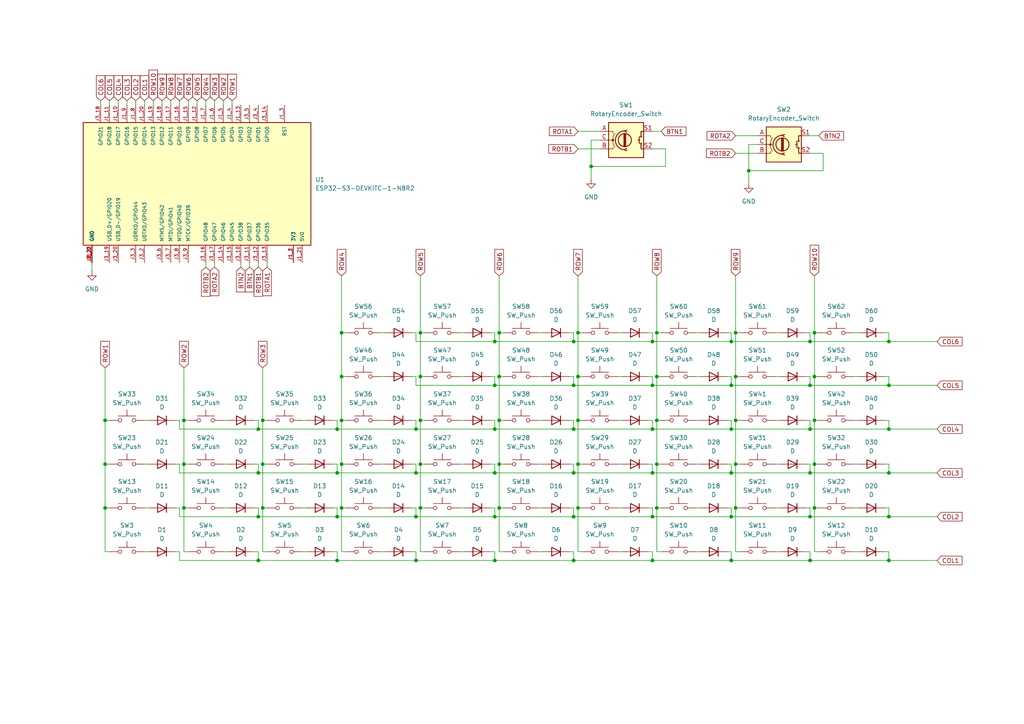
<source format=kicad_sch>
(kicad_sch (version 20250114) (generator "eeschema") (generator_version "9.0")
  (paper "A4")
  (title_block (title "THE_MULTIBOARD_LEFT") (date "2025-07-29") (rev "1.0") (comment 1 "Author: Felix Wittwer"))
  (junction (at 121.92 109.22))
  (junction (at 190.5 121.92))
  (junction (at 74.93 149.86))
  (junction (at 212.09 111.76))
  (junction (at 76.2 147.32))
  (junction (at 74.93 124.46))
  (junction (at 257.81 99.06))
  (junction (at 167.64 121.92))
  (junction (at 166.37 162.56))
  (junction (at 236.22 109.22))
  (junction (at 190.5 109.22))
  (junction (at 234.95 111.76))
  (junction (at 213.36 134.62))
  (junction (at 53.34 134.62))
  (junction (at 234.95 162.56))
  (junction (at 120.65 137.16))
  (junction (at 234.95 124.46))
  (junction (at 212.09 162.56))
  (junction (at 212.09 99.06))
  (junction (at 166.37 111.76))
  (junction (at 167.64 147.32))
  (junction (at 144.78 109.22))
  (junction (at 97.79 124.46))
  (junction (at 213.36 147.32))
  (junction (at 189.23 149.86))
  (junction (at 99.06 134.62))
  (junction (at 76.2 134.62))
  (junction (at 212.09 124.46))
  (junction (at 30.48 121.92))
  (junction (at 234.95 137.16))
  (junction (at 120.65 149.86))
  (junction (at 166.37 149.86))
  (junction (at 190.5 147.32))
  (junction (at 143.51 99.06))
  (junction (at 189.23 124.46))
  (junction (at 143.51 111.76))
  (junction (at 213.36 96.52))
  (junction (at 30.48 147.32))
  (junction (at 166.37 124.46))
  (junction (at 120.65 124.46))
  (junction (at 144.78 134.62))
  (junction (at 144.78 96.52))
  (junction (at 97.79 149.86))
  (junction (at 217.17 49.53))
  (junction (at 236.22 134.62))
  (junction (at 213.36 121.92))
  (junction (at 121.92 121.92))
  (junction (at 212.09 149.86))
  (junction (at 236.22 96.52))
  (junction (at 99.06 147.32))
  (junction (at 167.64 134.62))
  (junction (at 144.78 121.92))
  (junction (at 143.51 124.46))
  (junction (at 189.23 137.16))
  (junction (at 257.81 137.16))
  (junction (at 121.92 134.62))
  (junction (at 257.81 162.56))
  (junction (at 143.51 162.56))
  (junction (at 190.5 96.52))
  (junction (at 257.81 124.46))
  (junction (at 234.95 99.06))
  (junction (at 144.78 147.32))
  (junction (at 30.48 134.62))
  (junction (at 74.93 137.16))
  (junction (at 166.37 99.06))
  (junction (at 143.51 137.16))
  (junction (at 236.22 147.32))
  (junction (at 99.06 121.92))
  (junction (at 167.64 96.52))
  (junction (at 74.93 162.56))
  (junction (at 121.92 147.32))
  (junction (at 99.06 96.52))
  (junction (at 121.92 96.52))
  (junction (at 167.64 109.22))
  (junction (at 143.51 149.86))
  (junction (at 190.5 134.62))
  (junction (at 166.37 137.16))
  (junction (at 97.79 137.16))
  (junction (at 189.23 111.76))
  (junction (at 97.79 162.56))
  (junction (at 257.81 111.76))
  (junction (at 53.34 121.92))
  (junction (at 189.23 162.56))
  (junction (at 234.95 149.86))
  (junction (at 212.09 137.16))
  (junction (at 189.23 99.06))
  (junction (at 171.45 48.26))
  (junction (at 120.65 162.56))
  (junction (at 213.36 109.22))
  (junction (at 53.34 147.32))
  (junction (at 236.22 121.92))
  (junction (at 257.81 149.86))
  (junction (at 76.2 121.92))
  (junction (at 99.06 109.22))
  (wire (pts (xy 97.79 160.02) (xy 97.79 162.56)))
  (wire (pts (xy 233.68 147.32) (xy 234.95 147.32)))
  (wire (pts (xy 97.79 121.92) (xy 97.79 124.46)))
  (wire (pts (xy 121.92 109.22) (xy 121.92 121.92)))
  (wire (pts (xy 189.23 96.52) (xy 189.23 99.06)))
  (wire (pts (xy 167.64 80.01) (xy 167.64 96.52)))
  (wire (pts (xy 121.92 134.62) (xy 121.92 147.32)))
  (wire (pts (xy 52.07 160.02) (xy 52.07 162.56)))
  (wire (pts (xy 142.24 96.52) (xy 143.51 96.52)))
  (wire (pts (xy 73.66 160.02) (xy 74.93 160.02)))
  (wire (pts (xy 120.65 147.32) (xy 120.65 149.86)))
  (wire (pts (xy 234.95 109.22) (xy 234.95 111.76)))
  (wire (pts (xy 52.07 160.02) (xy 50.8 160.02)))
  (wire (pts (xy 173.99 40.64) (xy 171.45 40.64)))
  (wire (pts (xy 234.95 134.62) (xy 234.95 137.16)))
  (wire (pts (xy 121.92 134.62) (xy 123.19 134.62)))
  (wire (pts (xy 257.81 147.32) (xy 257.81 149.86)))
  (wire (pts (xy 189.23 160.02) (xy 189.23 162.56)))
  (wire (pts (xy 166.37 109.22) (xy 166.37 111.76)))
  (wire (pts (xy 189.23 111.76) (xy 212.09 111.76)))
  (wire (pts (xy 87.63 121.92) (xy 88.9 121.92)))
  (wire (pts (xy 142.24 121.92) (xy 143.51 121.92)))
  (wire (pts (xy 256.54 147.32) (xy 257.81 147.32)))
  (wire (pts (xy 201.93 96.52) (xy 203.2 96.52)))
  (wire (pts (xy 189.23 137.16) (xy 212.09 137.16)))
  (wire (pts (xy 256.54 160.02) (xy 257.81 160.02)))
  (wire (pts (xy 144.78 121.92) (xy 144.78 134.62)))
  (wire (pts (xy 166.37 147.32) (xy 166.37 149.86)))
  (wire (pts (xy 49.53 29.21) (xy 49.53 30.48)))
  (wire (pts (xy 256.54 121.92) (xy 257.81 121.92)))
  (wire (pts (xy 30.48 147.32) (xy 30.48 160.02)))
  (wire (pts (xy 110.49 109.22) (xy 111.76 109.22)))
  (wire (pts (xy 201.93 160.02) (xy 203.2 160.02)))
  (wire (pts (xy 236.22 134.62) (xy 237.49 134.62)))
  (wire (pts (xy 224.79 160.02) (xy 226.06 160.02)))
  (wire (pts (xy 257.81 109.22) (xy 257.81 111.76)))
  (wire (pts (xy 74.93 162.56) (xy 97.79 162.56)))
  (wire (pts (xy 257.81 124.46) (xy 271.78 124.46)))
  (wire (pts (xy 213.36 147.32) (xy 214.63 147.32)))
  (wire (pts (xy 74.93 134.62) (xy 74.93 137.16)))
  (wire (pts (xy 234.95 149.86) (xy 257.81 149.86)))
  (wire (pts (xy 212.09 160.02) (xy 212.09 162.56)))
  (wire (pts (xy 167.64 134.62) (xy 168.91 134.62)))
  (wire (pts (xy 110.49 147.32) (xy 111.76 147.32)))
  (wire (pts (xy 97.79 162.56) (xy 120.65 162.56)))
  (wire (pts (xy 234.95 111.76) (xy 257.81 111.76)))
  (wire (pts (xy 52.07 162.56) (xy 74.93 162.56)))
  (wire (pts (xy 143.51 137.16) (xy 166.37 137.16)))
  (wire (pts (xy 76.2 121.92) (xy 76.2 134.62)))
  (wire (pts (xy 212.09 149.86) (xy 234.95 149.86)))
  (wire (pts (xy 53.34 121.92) (xy 53.34 134.62)))
  (wire (pts (xy 236.22 109.22) (xy 236.22 121.92)))
  (wire (pts (xy 119.38 109.22) (xy 120.65 109.22)))
  (wire (pts (xy 133.35 147.32) (xy 134.62 147.32)))
  (wire (pts (xy 62.23 76.2) (xy 62.23 77.47)))
  (wire (pts (xy 167.64 109.22) (xy 167.64 121.92)))
  (wire (pts (xy 120.65 96.52) (xy 120.65 99.06)))
  (wire (pts (xy 110.49 96.52) (xy 111.76 96.52)))
  (wire (pts (xy 189.23 38.1) (xy 191.77 38.1)))
  (wire (pts (xy 144.78 96.52) (xy 144.78 109.22)))
  (wire (pts (xy 30.48 160.02) (xy 31.75 160.02)))
  (wire (pts (xy 189.23 99.06) (xy 212.09 99.06)))
  (wire (pts (xy 96.52 147.32) (xy 97.79 147.32)))
  (wire (pts (xy 121.92 160.02) (xy 123.19 160.02)))
  (wire (pts (xy 76.2 160.02) (xy 77.47 160.02)))
  (wire (pts (xy 189.23 147.32) (xy 189.23 149.86)))
  (wire (pts (xy 143.51 109.22) (xy 143.51 111.76)))
  (wire (pts (xy 156.21 134.62) (xy 157.48 134.62)))
  (wire (pts (xy 64.77 121.92) (xy 66.04 121.92)))
  (wire (pts (xy 97.79 149.86) (xy 120.65 149.86)))
  (wire (pts (xy 119.38 121.92) (xy 120.65 121.92)))
  (wire (pts (xy 97.79 137.16) (xy 120.65 137.16)))
  (wire (pts (xy 212.09 162.56) (xy 234.95 162.56)))
  (wire (pts (xy 143.51 160.02) (xy 143.51 162.56)))
  (wire (pts (xy 41.91 134.62) (xy 43.18 134.62)))
  (wire (pts (xy 144.78 134.62) (xy 146.05 134.62)))
  (wire (pts (xy 210.82 96.52) (xy 212.09 96.52)))
  (wire (pts (xy 234.95 44.45) (xy 238.76 44.45)))
  (wire (pts (xy 52.07 147.32) (xy 52.07 149.86)))
  (wire (pts (xy 166.37 96.52) (xy 166.37 99.06)))
  (wire (pts (xy 167.64 109.22) (xy 168.91 109.22)))
  (wire (pts (xy 133.35 109.22) (xy 134.62 109.22)))
  (wire (pts (xy 99.06 134.62) (xy 100.33 134.62)))
  (wire (pts (xy 233.68 160.02) (xy 234.95 160.02)))
  (wire (pts (xy 143.51 134.62) (xy 143.51 137.16)))
  (wire (pts (xy 247.65 134.62) (xy 248.92 134.62)))
  (wire (pts (xy 166.37 162.56) (xy 189.23 162.56)))
  (wire (pts (xy 256.54 96.52) (xy 257.81 96.52)))
  (wire (pts (xy 236.22 80.01) (xy 236.22 96.52)))
  (wire (pts (xy 52.07 121.92) (xy 50.8 121.92)))
  (wire (pts (xy 256.54 109.22) (xy 257.81 109.22)))
  (wire (pts (xy 121.92 121.92) (xy 123.19 121.92)))
  (wire (pts (xy 236.22 147.32) (xy 237.49 147.32)))
  (wire (pts (xy 59.69 76.2) (xy 59.69 77.47)))
  (wire (pts (xy 52.07 137.16) (xy 74.93 137.16)))
  (wire (pts (xy 171.45 48.26) (xy 171.45 52.07)))
  (wire (pts (xy 156.21 121.92) (xy 157.48 121.92)))
  (wire (pts (xy 121.92 147.32) (xy 123.19 147.32)))
  (wire (pts (xy 167.64 96.52) (xy 167.64 109.22)))
  (wire (pts (xy 167.64 147.32) (xy 168.91 147.32)))
  (wire (pts (xy 120.65 162.56) (xy 143.51 162.56)))
  (wire (pts (xy 213.36 147.32) (xy 213.36 160.02)))
  (wire (pts (xy 99.06 109.22) (xy 100.33 109.22)))
  (wire (pts (xy 213.36 109.22) (xy 214.63 109.22)))
  (wire (pts (xy 236.22 121.92) (xy 237.49 121.92)))
  (wire (pts (xy 257.81 160.02) (xy 257.81 162.56)))
  (wire (pts (xy 52.07 149.86) (xy 74.93 149.86)))
  (wire (pts (xy 99.06 147.32) (xy 100.33 147.32)))
  (wire (pts (xy 212.09 96.52) (xy 212.09 99.06)))
  (wire (pts (xy 143.51 96.52) (xy 143.51 99.06)))
  (wire (pts (xy 74.93 160.02) (xy 74.93 162.56)))
  (wire (pts (xy 167.64 121.92) (xy 167.64 134.62)))
  (wire (pts (xy 190.5 96.52) (xy 191.77 96.52)))
  (wire (pts (xy 167.64 147.32) (xy 167.64 160.02)))
  (wire (pts (xy 120.65 111.76) (xy 143.51 111.76)))
  (wire (pts (xy 247.65 147.32) (xy 248.92 147.32)))
  (wire (pts (xy 166.37 149.86) (xy 189.23 149.86)))
  (wire (pts (xy 87.63 147.32) (xy 88.9 147.32)))
  (wire (pts (xy 73.66 121.92) (xy 74.93 121.92)))
  (wire (pts (xy 233.68 96.52) (xy 234.95 96.52)))
  (wire (pts (xy 247.65 121.92) (xy 248.92 121.92)))
  (wire (pts (xy 190.5 160.02) (xy 191.77 160.02)))
  (wire (pts (xy 96.52 160.02) (xy 97.79 160.02)))
  (wire (pts (xy 193.04 43.18) (xy 193.04 48.26)))
  (wire (pts (xy 77.47 76.2) (xy 77.47 77.47)))
  (wire (pts (xy 166.37 99.06) (xy 189.23 99.06)))
  (wire (pts (xy 62.23 29.21) (xy 62.23 30.48)))
  (wire (pts (xy 238.76 49.53) (xy 217.17 49.53)))
  (wire (pts (xy 234.95 39.37) (xy 237.49 39.37)))
  (wire (pts (xy 142.24 109.22) (xy 143.51 109.22)))
  (wire (pts (xy 257.81 134.62) (xy 257.81 137.16)))
  (wire (pts (xy 120.65 149.86) (xy 143.51 149.86)))
  (wire (pts (xy 187.96 96.52) (xy 189.23 96.52)))
  (wire (pts (xy 213.36 44.45) (xy 219.71 44.45)))
  (wire (pts (xy 120.65 124.46) (xy 143.51 124.46)))
  (wire (pts (xy 53.34 106.68) (xy 53.34 121.92)))
  (wire (pts (xy 234.95 137.16) (xy 257.81 137.16)))
  (wire (pts (xy 74.93 121.92) (xy 74.93 124.46)))
  (wire (pts (xy 34.29 29.21) (xy 34.29 30.48)))
  (wire (pts (xy 74.93 124.46) (xy 97.79 124.46)))
  (wire (pts (xy 30.48 121.92) (xy 30.48 134.62)))
  (wire (pts (xy 189.23 134.62) (xy 189.23 137.16)))
  (wire (pts (xy 201.93 109.22) (xy 203.2 109.22)))
  (wire (pts (xy 224.79 109.22) (xy 226.06 109.22)))
  (wire (pts (xy 76.2 134.62) (xy 76.2 147.32)))
  (wire (pts (xy 167.64 96.52) (xy 168.91 96.52)))
  (wire (pts (xy 257.81 121.92) (xy 257.81 124.46)))
  (wire (pts (xy 224.79 134.62) (xy 226.06 134.62)))
  (wire (pts (xy 234.95 96.52) (xy 234.95 99.06)))
  (wire (pts (xy 76.2 147.32) (xy 77.47 147.32)))
  (wire (pts (xy 210.82 160.02) (xy 212.09 160.02)))
  (wire (pts (xy 120.65 121.92) (xy 120.65 124.46)))
  (wire (pts (xy 143.51 121.92) (xy 143.51 124.46)))
  (wire (pts (xy 142.24 160.02) (xy 143.51 160.02)))
  (wire (pts (xy 99.06 147.32) (xy 99.06 160.02)))
  (wire (pts (xy 210.82 134.62) (xy 212.09 134.62)))
  (wire (pts (xy 144.78 160.02) (xy 146.05 160.02)))
  (wire (pts (xy 190.5 134.62) (xy 190.5 147.32)))
  (wire (pts (xy 257.81 162.56) (xy 271.78 162.56)))
  (wire (pts (xy 64.77 29.21) (xy 64.77 30.48)))
  (wire (pts (xy 52.07 29.21) (xy 52.07 30.48)))
  (wire (pts (xy 212.09 124.46) (xy 234.95 124.46)))
  (wire (pts (xy 167.64 43.18) (xy 173.99 43.18)))
  (wire (pts (xy 189.23 109.22) (xy 189.23 111.76)))
  (wire (pts (xy 53.34 147.32) (xy 54.61 147.32)))
  (wire (pts (xy 44.45 29.21) (xy 44.45 30.48)))
  (wire (pts (xy 165.1 134.62) (xy 166.37 134.62)))
  (wire (pts (xy 233.68 109.22) (xy 234.95 109.22)))
  (wire (pts (xy 143.51 99.06) (xy 166.37 99.06)))
  (wire (pts (xy 201.93 121.92) (xy 203.2 121.92)))
  (wire (pts (xy 30.48 147.32) (xy 31.75 147.32)))
  (wire (pts (xy 166.37 134.62) (xy 166.37 137.16)))
  (wire (pts (xy 87.63 134.62) (xy 88.9 134.62)))
  (wire (pts (xy 212.09 111.76) (xy 234.95 111.76)))
  (wire (pts (xy 233.68 121.92) (xy 234.95 121.92)))
  (wire (pts (xy 256.54 134.62) (xy 257.81 134.62)))
  (wire (pts (xy 213.36 134.62) (xy 214.63 134.62)))
  (wire (pts (xy 99.06 80.01) (xy 99.06 96.52)))
  (wire (pts (xy 189.23 149.86) (xy 212.09 149.86)))
  (wire (pts (xy 110.49 134.62) (xy 111.76 134.62)))
  (wire (pts (xy 212.09 109.22) (xy 212.09 111.76)))
  (wire (pts (xy 121.92 147.32) (xy 121.92 160.02)))
  (wire (pts (xy 234.95 147.32) (xy 234.95 149.86)))
  (wire (pts (xy 99.06 109.22) (xy 99.06 121.92)))
  (wire (pts (xy 99.06 96.52) (xy 100.33 96.52)))
  (wire (pts (xy 143.51 149.86) (xy 166.37 149.86)))
  (wire (pts (xy 30.48 134.62) (xy 30.48 147.32)))
  (wire (pts (xy 120.65 134.62) (xy 120.65 137.16)))
  (wire (pts (xy 257.81 149.86) (xy 271.78 149.86)))
  (wire (pts (xy 190.5 121.92) (xy 190.5 134.62)))
  (wire (pts (xy 74.93 76.2) (xy 74.93 77.47)))
  (wire (pts (xy 171.45 40.64) (xy 171.45 48.26)))
  (wire (pts (xy 189.23 124.46) (xy 212.09 124.46)))
  (wire (pts (xy 143.51 162.56) (xy 166.37 162.56)))
  (wire (pts (xy 69.85 76.2) (xy 69.85 77.47)))
  (wire (pts (xy 143.51 111.76) (xy 166.37 111.76)))
  (wire (pts (xy 54.61 29.21) (xy 54.61 30.48)))
  (wire (pts (xy 217.17 41.91) (xy 219.71 41.91)))
  (wire (pts (xy 257.81 96.52) (xy 257.81 99.06)))
  (wire (pts (xy 156.21 147.32) (xy 157.48 147.32)))
  (wire (pts (xy 119.38 160.02) (xy 120.65 160.02)))
  (wire (pts (xy 190.5 121.92) (xy 191.77 121.92)))
  (wire (pts (xy 29.21 29.21) (xy 29.21 30.48)))
  (wire (pts (xy 96.52 134.62) (xy 97.79 134.62)))
  (wire (pts (xy 166.37 124.46) (xy 189.23 124.46)))
  (wire (pts (xy 167.64 160.02) (xy 168.91 160.02)))
  (wire (pts (xy 144.78 80.01) (xy 144.78 96.52)))
  (wire (pts (xy 213.36 121.92) (xy 213.36 134.62)))
  (wire (pts (xy 64.77 147.32) (xy 66.04 147.32)))
  (wire (pts (xy 165.1 96.52) (xy 166.37 96.52)))
  (wire (pts (xy 167.64 121.92) (xy 168.91 121.92)))
  (wire (pts (xy 74.93 137.16) (xy 97.79 137.16)))
  (wire (pts (xy 76.2 134.62) (xy 77.47 134.62)))
  (wire (pts (xy 236.22 96.52) (xy 237.49 96.52)))
  (wire (pts (xy 236.22 121.92) (xy 236.22 134.62)))
  (wire (pts (xy 190.5 96.52) (xy 190.5 109.22)))
  (wire (pts (xy 193.04 48.26) (xy 171.45 48.26)))
  (wire (pts (xy 74.93 147.32) (xy 74.93 149.86)))
  (wire (pts (xy 257.81 111.76) (xy 271.78 111.76)))
  (wire (pts (xy 179.07 134.62) (xy 180.34 134.62)))
  (wire (pts (xy 187.96 147.32) (xy 189.23 147.32)))
  (wire (pts (xy 121.92 96.52) (xy 123.19 96.52)))
  (wire (pts (xy 73.66 134.62) (xy 74.93 134.62)))
  (wire (pts (xy 46.99 29.21) (xy 46.99 30.48)))
  (wire (pts (xy 121.92 96.52) (xy 121.92 109.22)))
  (wire (pts (xy 236.22 96.52) (xy 236.22 109.22)))
  (wire (pts (xy 133.35 121.92) (xy 134.62 121.92)))
  (wire (pts (xy 224.79 96.52) (xy 226.06 96.52)))
  (wire (pts (xy 190.5 80.01) (xy 190.5 96.52)))
  (wire (pts (xy 74.93 149.86) (xy 97.79 149.86)))
  (wire (pts (xy 187.96 109.22) (xy 189.23 109.22)))
  (wire (pts (xy 64.77 134.62) (xy 66.04 134.62)))
  (wire (pts (xy 190.5 147.32) (xy 190.5 160.02)))
  (wire (pts (xy 179.07 109.22) (xy 180.34 109.22)))
  (wire (pts (xy 224.79 147.32) (xy 226.06 147.32)))
  (wire (pts (xy 99.06 121.92) (xy 100.33 121.92)))
  (wire (pts (xy 30.48 106.68) (xy 30.48 121.92)))
  (wire (pts (xy 167.64 38.1) (xy 173.99 38.1)))
  (wire (pts (xy 201.93 134.62) (xy 203.2 134.62)))
  (wire (pts (xy 87.63 160.02) (xy 88.9 160.02)))
  (wire (pts (xy 41.91 147.32) (xy 43.18 147.32)))
  (wire (pts (xy 144.78 121.92) (xy 146.05 121.92)))
  (wire (pts (xy 52.07 121.92) (xy 52.07 124.46)))
  (wire (pts (xy 236.22 160.02) (xy 237.49 160.02)))
  (wire (pts (xy 97.79 134.62) (xy 97.79 137.16)))
  (wire (pts (xy 52.07 147.32) (xy 50.8 147.32)))
  (wire (pts (xy 120.65 160.02) (xy 120.65 162.56)))
  (wire (pts (xy 187.96 134.62) (xy 189.23 134.62)))
  (wire (pts (xy 53.34 160.02) (xy 54.61 160.02)))
  (wire (pts (xy 212.09 134.62) (xy 212.09 137.16)))
  (wire (pts (xy 76.2 106.68) (xy 76.2 121.92)))
  (wire (pts (xy 121.92 109.22) (xy 123.19 109.22)))
  (wire (pts (xy 96.52 121.92) (xy 97.79 121.92)))
  (wire (pts (xy 64.77 160.02) (xy 66.04 160.02)))
  (wire (pts (xy 213.36 96.52) (xy 214.63 96.52)))
  (wire (pts (xy 210.82 121.92) (xy 212.09 121.92)))
  (wire (pts (xy 67.31 29.21) (xy 67.31 30.48)))
  (wire (pts (xy 120.65 137.16) (xy 143.51 137.16)))
  (wire (pts (xy 144.78 96.52) (xy 146.05 96.52)))
  (wire (pts (xy 190.5 109.22) (xy 191.77 109.22)))
  (wire (pts (xy 213.36 96.52) (xy 213.36 109.22)))
  (wire (pts (xy 156.21 109.22) (xy 157.48 109.22)))
  (wire (pts (xy 99.06 160.02) (xy 100.33 160.02)))
  (wire (pts (xy 156.21 160.02) (xy 157.48 160.02)))
  (wire (pts (xy 156.21 96.52) (xy 157.48 96.52)))
  (wire (pts (xy 52.07 134.62) (xy 50.8 134.62)))
  (wire (pts (xy 189.23 121.92) (xy 189.23 124.46)))
  (wire (pts (xy 166.37 160.02) (xy 166.37 162.56)))
  (wire (pts (xy 210.82 147.32) (xy 212.09 147.32)))
  (wire (pts (xy 144.78 109.22) (xy 146.05 109.22)))
  (wire (pts (xy 166.37 121.92) (xy 166.37 124.46)))
  (wire (pts (xy 212.09 99.06) (xy 234.95 99.06)))
  (wire (pts (xy 212.09 137.16) (xy 234.95 137.16)))
  (wire (pts (xy 99.06 96.52) (xy 99.06 109.22)))
  (wire (pts (xy 165.1 109.22) (xy 166.37 109.22)))
  (wire (pts (xy 213.36 109.22) (xy 213.36 121.92)))
  (wire (pts (xy 110.49 160.02) (xy 111.76 160.02)))
  (wire (pts (xy 212.09 121.92) (xy 212.09 124.46)))
  (wire (pts (xy 30.48 121.92) (xy 31.75 121.92)))
  (wire (pts (xy 165.1 121.92) (xy 166.37 121.92)))
  (wire (pts (xy 119.38 147.32) (xy 120.65 147.32)))
  (wire (pts (xy 119.38 96.52) (xy 120.65 96.52)))
  (wire (pts (xy 179.07 121.92) (xy 180.34 121.92)))
  (wire (pts (xy 41.91 29.21) (xy 41.91 30.48)))
  (wire (pts (xy 238.76 44.45) (xy 238.76 49.53)))
  (wire (pts (xy 57.15 29.21) (xy 57.15 30.48)))
  (wire (pts (xy 189.23 43.18) (xy 193.04 43.18)))
  (wire (pts (xy 257.81 137.16) (xy 271.78 137.16)))
  (wire (pts (xy 39.37 29.21) (xy 39.37 30.48)))
  (wire (pts (xy 36.83 29.21) (xy 36.83 30.48)))
  (wire (pts (xy 52.07 124.46) (xy 74.93 124.46)))
  (wire (pts (xy 234.95 124.46) (xy 257.81 124.46)))
  (wire (pts (xy 144.78 147.32) (xy 144.78 160.02)))
  (wire (pts (xy 179.07 147.32) (xy 180.34 147.32)))
  (wire (pts (xy 213.36 160.02) (xy 214.63 160.02)))
  (wire (pts (xy 233.68 134.62) (xy 234.95 134.62)))
  (wire (pts (xy 53.34 121.92) (xy 54.61 121.92)))
  (wire (pts (xy 166.37 111.76) (xy 189.23 111.76)))
  (wire (pts (xy 212.09 147.32) (xy 212.09 149.86)))
  (wire (pts (xy 247.65 109.22) (xy 248.92 109.22)))
  (wire (pts (xy 52.07 134.62) (xy 52.07 137.16)))
  (wire (pts (xy 143.51 124.46) (xy 166.37 124.46)))
  (wire (pts (xy 99.06 134.62) (xy 99.06 147.32)))
  (wire (pts (xy 187.96 160.02) (xy 189.23 160.02)))
  (wire (pts (xy 236.22 109.22) (xy 237.49 109.22)))
  (wire (pts (xy 213.36 39.37) (xy 219.71 39.37)))
  (wire (pts (xy 165.1 147.32) (xy 166.37 147.32)))
  (wire (pts (xy 99.06 121.92) (xy 99.06 134.62)))
  (wire (pts (xy 234.95 162.56) (xy 257.81 162.56)))
  (wire (pts (xy 165.1 160.02) (xy 166.37 160.02)))
  (wire (pts (xy 224.79 121.92) (xy 226.06 121.92)))
  (wire (pts (xy 190.5 147.32) (xy 191.77 147.32)))
  (wire (pts (xy 247.65 96.52) (xy 248.92 96.52)))
  (wire (pts (xy 217.17 49.53) (xy 217.17 53.34)))
  (wire (pts (xy 247.65 160.02) (xy 248.92 160.02)))
  (wire (pts (xy 76.2 121.92) (xy 77.47 121.92)))
  (wire (pts (xy 53.34 147.32) (xy 53.34 160.02)))
  (wire (pts (xy 189.23 162.56) (xy 212.09 162.56)))
  (wire (pts (xy 120.65 99.06) (xy 143.51 99.06)))
  (wire (pts (xy 133.35 134.62) (xy 134.62 134.62)))
  (wire (pts (xy 73.66 147.32) (xy 74.93 147.32)))
  (wire (pts (xy 213.36 80.01) (xy 213.36 96.52)))
  (wire (pts (xy 257.81 99.06) (xy 271.78 99.06)))
  (wire (pts (xy 26.67 76.2) (xy 26.67 78.74)))
  (wire (pts (xy 201.93 147.32) (xy 203.2 147.32)))
  (wire (pts (xy 97.79 124.46) (xy 120.65 124.46)))
  (wire (pts (xy 41.91 160.02) (xy 43.18 160.02)))
  (wire (pts (xy 234.95 99.06) (xy 257.81 99.06)))
  (wire (pts (xy 236.22 147.32) (xy 236.22 160.02)))
  (wire (pts (xy 144.78 134.62) (xy 144.78 147.32)))
  (wire (pts (xy 234.95 121.92) (xy 234.95 124.46)))
  (wire (pts (xy 133.35 160.02) (xy 134.62 160.02)))
  (wire (pts (xy 133.35 96.52) (xy 134.62 96.52)))
  (wire (pts (xy 179.07 96.52) (xy 180.34 96.52)))
  (wire (pts (xy 59.69 29.21) (xy 59.69 30.48)))
  (wire (pts (xy 234.95 160.02) (xy 234.95 162.56)))
  (wire (pts (xy 41.91 121.92) (xy 43.18 121.92)))
  (wire (pts (xy 190.5 134.62) (xy 191.77 134.62)))
  (wire (pts (xy 120.65 109.22) (xy 120.65 111.76)))
  (wire (pts (xy 190.5 109.22) (xy 190.5 121.92)))
  (wire (pts (xy 31.75 29.21) (xy 31.75 30.48)))
  (wire (pts (xy 142.24 134.62) (xy 143.51 134.62)))
  (wire (pts (xy 121.92 80.01) (xy 121.92 96.52)))
  (wire (pts (xy 213.36 134.62) (xy 213.36 147.32)))
  (wire (pts (xy 53.34 134.62) (xy 54.61 134.62)))
  (wire (pts (xy 166.37 137.16) (xy 189.23 137.16)))
  (wire (pts (xy 30.48 134.62) (xy 31.75 134.62)))
  (wire (pts (xy 210.82 109.22) (xy 212.09 109.22)))
  (wire (pts (xy 143.51 147.32) (xy 143.51 149.86)))
  (wire (pts (xy 97.79 147.32) (xy 97.79 149.86)))
  (wire (pts (xy 213.36 121.92) (xy 214.63 121.92)))
  (wire (pts (xy 121.92 121.92) (xy 121.92 134.62)))
  (wire (pts (xy 76.2 147.32) (xy 76.2 160.02)))
  (wire (pts (xy 144.78 147.32) (xy 146.05 147.32)))
  (wire (pts (xy 53.34 134.62) (xy 53.34 147.32)))
  (wire (pts (xy 167.64 134.62) (xy 167.64 147.32)))
  (wire (pts (xy 217.17 41.91) (xy 217.17 49.53)))
  (wire (pts (xy 179.07 160.02) (xy 180.34 160.02)))
  (wire (pts (xy 236.22 134.62) (xy 236.22 147.32)))
  (wire (pts (xy 72.39 76.2) (xy 72.39 77.47)))
  (wire (pts (xy 187.96 121.92) (xy 189.23 121.92)))
  (wire (pts (xy 110.49 121.92) (xy 111.76 121.92)))
  (wire (pts (xy 142.24 147.32) (xy 143.51 147.32)))
  (wire (pts (xy 119.38 134.62) (xy 120.65 134.62)))
  (wire (pts (xy 144.78 109.22) (xy 144.78 121.92)))
  (global_label "BTN1" (shape input) (at 72.39 77.47 270) (property "Intersheetrefs" "${INTERSHEET_REFS}" (effects (hide yes))))
  (global_label "ROW1" (shape input) (at 30.48 106.68 90) (property "Intersheetrefs" "${INTERSHEET_REFS}" (effects (hide yes))))
  (global_label "ROTB2" (shape input) (at 213.36 44.45 180) (property "Intersheetrefs" "${INTERSHEET_REFS}" (effects (hide yes))))
  (global_label "COL6" (shape input) (at 271.78 99.06 0) (property "Intersheetrefs" "${INTERSHEET_REFS}" (effects (hide yes))))
  (global_label "ROW5" (shape input) (at 121.92 80.01 90) (property "Intersheetrefs" "${INTERSHEET_REFS}" (effects (hide yes))))
  (global_label "ROTA2" (shape input) (at 62.23 77.47 270) (property "Intersheetrefs" "${INTERSHEET_REFS}" (effects (hide yes))))
  (global_label "ROW4" (shape input) (at 99.06 80.01 90) (property "Intersheetrefs" "${INTERSHEET_REFS}" (effects (hide yes))))
  (global_label "COL4" (shape input) (at 271.78 124.46 0) (property "Intersheetrefs" "${INTERSHEET_REFS}" (effects (hide yes))))
  (global_label "ROTB2" (shape input) (at 59.69 77.47 270) (property "Intersheetrefs" "${INTERSHEET_REFS}" (effects (hide yes))))
  (global_label "COL1" (shape input) (at 271.78 162.56 0) (property "Intersheetrefs" "${INTERSHEET_REFS}" (effects (hide yes))))
  (global_label "ROW3" (shape input) (at 62.23 29.21 90) (property "Intersheetrefs" "${INTERSHEET_REFS}" (effects (hide yes))))
  (global_label "ROW6" (shape input) (at 54.61 29.21 90) (property "Intersheetrefs" "${INTERSHEET_REFS}" (effects (hide yes))))
  (global_label "ROW7" (shape input) (at 167.64 80.01 90) (property "Intersheetrefs" "${INTERSHEET_REFS}" (effects (hide yes))))
  (global_label "ROW8" (shape input) (at 49.53 29.21 90) (property "Intersheetrefs" "${INTERSHEET_REFS}" (effects (hide yes))))
  (global_label "ROTA1" (shape input) (at 77.47 77.47 270) (property "Intersheetrefs" "${INTERSHEET_REFS}" (effects (hide yes))))
  (global_label "COL1" (shape input) (at 41.91 29.21 90) (property "Intersheetrefs" "${INTERSHEET_REFS}" (effects (hide yes))))
  (global_label "ROTA1" (shape input) (at 167.64 38.1 180) (property "Intersheetrefs" "${INTERSHEET_REFS}" (effects (hide yes))))
  (global_label "COL2" (shape input) (at 271.78 149.86 0) (property "Intersheetrefs" "${INTERSHEET_REFS}" (effects (hide yes))))
  (global_label "ROW10" (shape input) (at 44.45 29.21 90) (property "Intersheetrefs" "${INTERSHEET_REFS}" (effects (hide yes))))
  (global_label "COL6" (shape input) (at 29.21 29.21 90) (property "Intersheetrefs" "${INTERSHEET_REFS}" (effects (hide yes))))
  (global_label "ROW5" (shape input) (at 57.15 29.21 90) (property "Intersheetrefs" "${INTERSHEET_REFS}" (effects (hide yes))))
  (global_label "COL5" (shape input) (at 271.78 111.76 0) (property "Intersheetrefs" "${INTERSHEET_REFS}" (effects (hide yes))))
  (global_label "COL3" (shape input) (at 271.78 137.16 0) (property "Intersheetrefs" "${INTERSHEET_REFS}" (effects (hide yes))))
  (global_label "ROW2" (shape input) (at 53.34 106.68 90) (property "Intersheetrefs" "${INTERSHEET_REFS}" (effects (hide yes))))
  (global_label "ROTB1" (shape input) (at 74.93 77.47 270) (property "Intersheetrefs" "${INTERSHEET_REFS}" (effects (hide yes))))
  (global_label "ROW3" (shape input) (at 76.2 106.68 90) (property "Intersheetrefs" "${INTERSHEET_REFS}" (effects (hide yes))))
  (global_label "ROW2" (shape input) (at 64.77 29.21 90) (property "Intersheetrefs" "${INTERSHEET_REFS}" (effects (hide yes))))
  (global_label "COL3" (shape input) (at 36.83 29.21 90) (property "Intersheetrefs" "${INTERSHEET_REFS}" (effects (hide yes))))
  (global_label "ROW4" (shape input) (at 59.69 29.21 90) (property "Intersheetrefs" "${INTERSHEET_REFS}" (effects (hide yes))))
  (global_label "ROW1" (shape input) (at 67.31 29.21 90) (property "Intersheetrefs" "${INTERSHEET_REFS}" (effects (hide yes))))
  (global_label "ROTA2" (shape input) (at 213.36 39.37 180) (property "Intersheetrefs" "${INTERSHEET_REFS}" (effects (hide yes))))
  (global_label "ROW9" (shape input) (at 46.99 29.21 90) (property "Intersheetrefs" "${INTERSHEET_REFS}" (effects (hide yes))))
  (global_label "COL2" (shape input) (at 39.37 29.21 90) (property "Intersheetrefs" "${INTERSHEET_REFS}" (effects (hide yes))))
  (global_label "BTN2" (shape input) (at 237.49 39.37 0) (property "Intersheetrefs" "${INTERSHEET_REFS}" (effects (hide yes))))
  (global_label "ROW9" (shape input) (at 213.36 80.01 90) (property "Intersheetrefs" "${INTERSHEET_REFS}" (effects (hide yes))))
  (global_label "BTN2" (shape input) (at 69.85 77.47 270) (property "Intersheetrefs" "${INTERSHEET_REFS}" (effects (hide yes))))
  (global_label "ROW10" (shape input) (at 236.22 80.01 90) (property "Intersheetrefs" "${INTERSHEET_REFS}" (effects (hide yes))))
  (global_label "ROW6" (shape input) (at 144.78 80.01 90) (property "Intersheetrefs" "${INTERSHEET_REFS}" (effects (hide yes))))
  (global_label "ROW8" (shape input) (at 190.5 80.01 90) (property "Intersheetrefs" "${INTERSHEET_REFS}" (effects (hide yes))))
  (global_label "COL5" (shape input) (at 31.75 29.21 90) (property "Intersheetrefs" "${INTERSHEET_REFS}" (effects (hide yes))))
  (global_label "ROW7" (shape input) (at 52.07 29.21 90) (property "Intersheetrefs" "${INTERSHEET_REFS}" (effects (hide yes))))
  (global_label "BTN1" (shape input) (at 191.77 38.1 0) (property "Intersheetrefs" "${INTERSHEET_REFS}" (effects (hide yes))))
  (global_label "COL4" (shape input) (at 34.29 29.21 90) (property "Intersheetrefs" "${INTERSHEET_REFS}" (effects (hide yes))))
  (global_label "ROTB1" (shape input) (at 167.64 43.18 180) (property "Intersheetrefs" "${INTERSHEET_REFS}" (effects (hide yes))))
  (symbol (lib_id "Device:D") (at 207.01 96.52 180) (unit 1)
    (property "Reference" "D58" (at 207.01 90.17 0))
    (property "Value" "D" (at 207.01 92.71 0))
    (property "Footprint" "Diode_SMD:D_SOD-123" (effects (hide yes)))
    (property "Description" "Diode" (effects (hide yes)))
    (property "Sim.Device" "D" (effects (hide yes)))
    (property "Sim.Pins" "1=K 2=A" (effects (hide yes)))
  )
  (symbol (lib_id "Switch:SW_Push") (at 59.69 147.32 0) (unit 1)
    (property "Reference" "SW14" (at 59.69 139.7 0))
    (property "Value" "SW_Push" (at 59.69 142.24 0))
    (property "Footprint" "MX:MX-Hotswap-1U" (effects (hide yes)))
    (property "Description" "Push button switch, generic, two pins" (effects (hide yes)))
  )
  (symbol (lib_id "Switch:SW_Push") (at 173.99 109.22 0) (unit 1)
    (property "Reference" "SW49" (at 173.99 101.6 0))
    (property "Value" "SW_Push" (at 173.99 104.14 0))
    (property "Footprint" "MX:MX-Hotswap-1U" (effects (hide yes)))
    (property "Description" "Push button switch, generic, two pins" (effects (hide yes)))
  )
  (symbol (lib_id "Switch:SW_Push") (at 196.85 160.02 0) (unit 1)
    (property "Reference" "SW10" (at 196.85 152.4 0))
    (property "Value" "SW_Push" (at 196.85 154.94 0))
    (property "Footprint" "MX:MX-Hotswap-1U" (effects (hide yes)))
    (property "Description" "Push button switch, generic, two pins" (effects (hide yes)))
  )
  (symbol (lib_id "Device:D") (at 229.87 134.62 180) (unit 1)
    (property "Reference" "D29" (at 229.87 128.27 0))
    (property "Value" "D" (at 229.87 130.81 0))
    (property "Footprint" "Diode_SMD:D_SOD-123" (effects (hide yes)))
    (property "Description" "Diode" (effects (hide yes)))
    (property "Sim.Device" "D" (effects (hide yes)))
    (property "Sim.Pins" "1=K 2=A" (effects (hide yes)))
  )
  (symbol (lib_id "Switch:SW_Push") (at 36.83 134.62 0) (unit 1)
    (property "Reference" "SW23" (at 36.83 127 0))
    (property "Value" "SW_Push" (at 36.83 129.54 0))
    (property "Footprint" "MX:MX-Hotswap-1U" (effects (hide yes)))
    (property "Description" "Push button switch, generic, two pins" (effects (hide yes)))
  )
  (symbol (lib_id "power:GND") (at 26.67 78.74 0) (unit 1)
    (property "Reference" "#PWR03" (effects (hide yes)))
    (property "Value" "GND" (at 26.67 83.82 0))
    (property "Description" "Power symbol creates a global label with name \"GND\" , ground" (effects (hide yes)))
  )
  (symbol (lib_id "Device:D") (at 138.43 109.22 180) (unit 1)
    (property "Reference" "D45" (at 138.43 102.87 0))
    (property "Value" "D" (at 138.43 105.41 0))
    (property "Footprint" "Diode_SMD:D_SOD-123" (effects (hide yes)))
    (property "Description" "Diode" (effects (hide yes)))
    (property "Sim.Device" "D" (effects (hide yes)))
    (property "Sim.Pins" "1=K 2=A" (effects (hide yes)))
  )
  (symbol (lib_id "Switch:SW_Push") (at 151.13 134.62 0) (unit 1)
    (property "Reference" "SW28" (at 151.13 127 0))
    (property "Value" "SW_Push" (at 151.13 129.54 0))
    (property "Footprint" "MX:MX-Hotswap-1U" (effects (hide yes)))
    (property "Description" "Push button switch, generic, two pins" (effects (hide yes)))
  )
  (symbol (lib_id "Device:D") (at 46.99 160.02 180) (unit 1)
    (property "Reference" "D1" (at 46.99 153.67 0))
    (property "Value" "D" (at 46.99 156.21 0))
    (property "Footprint" "Diode_SMD:D_SOD-123" (effects (hide yes)))
    (property "Description" "Diode" (effects (hide yes)))
    (property "Sim.Device" "D" (effects (hide yes)))
    (property "Sim.Pins" "1=K 2=A" (effects (hide yes)))
  )
  (symbol (lib_id "Device:D") (at 184.15 160.02 180) (unit 1)
    (property "Reference" "D7" (at 184.15 153.67 0))
    (property "Value" "D" (at 184.15 156.21 0))
    (property "Footprint" "Diode_SMD:D_SOD-123" (effects (hide yes)))
    (property "Description" "Diode" (effects (hide yes)))
    (property "Sim.Device" "D" (effects (hide yes)))
    (property "Sim.Pins" "1=K 2=A" (effects (hide yes)))
  )
  (symbol (lib_id "Switch:SW_Push") (at 105.41 109.22 0) (unit 1)
    (property "Reference" "SW46" (at 105.41 101.6 0))
    (property "Value" "SW_Push" (at 105.41 104.14 0))
    (property "Footprint" "MX:MX-Hotswap-1U" (effects (hide yes)))
    (property "Description" "Push button switch, generic, two pins" (effects (hide yes)))
  )
  (symbol (lib_id "Switch:SW_Push") (at 82.55 160.02 0) (unit 1)
    (property "Reference" "SW5" (at 82.55 152.4 0))
    (property "Value" "SW_Push" (at 82.55 154.94 0))
    (property "Footprint" "MX:MX-Hotswap-1U" (effects (hide yes)))
    (property "Description" "Push button switch, generic, two pins" (effects (hide yes)))
  )
  (symbol (lib_id "Device:D") (at 138.43 121.92 180) (unit 1)
    (property "Reference" "D35" (at 138.43 115.57 0))
    (property "Value" "D" (at 138.43 118.11 0))
    (property "Footprint" "Diode_SMD:D_SOD-123" (effects (hide yes)))
    (property "Description" "Diode" (effects (hide yes)))
    (property "Sim.Device" "D" (effects (hide yes)))
    (property "Sim.Pins" "1=K 2=A" (effects (hide yes)))
  )
  (symbol (lib_id "Switch:SW_Push") (at 196.85 121.92 0) (unit 1)
    (property "Reference" "SW40" (at 196.85 114.3 0))
    (property "Value" "SW_Push" (at 196.85 116.84 0))
    (property "Footprint" "MX:MX-Hotswap-1U" (effects (hide yes)))
    (property "Description" "Push button switch, generic, two pins" (effects (hide yes)))
  )
  (symbol (lib_id "Device:D") (at 252.73 96.52 180) (unit 1)
    (property "Reference" "D60" (at 252.73 90.17 0))
    (property "Value" "D" (at 252.73 92.71 0))
    (property "Footprint" "Diode_SMD:D_SOD-123" (effects (hide yes)))
    (property "Description" "Diode" (effects (hide yes)))
    (property "Sim.Device" "D" (effects (hide yes)))
    (property "Sim.Pins" "1=K 2=A" (effects (hide yes)))
  )
  (symbol (lib_id "Switch:SW_Push") (at 242.57 96.52 0) (unit 1)
    (property "Reference" "SW62" (at 242.57 88.9 0))
    (property "Value" "SW_Push" (at 242.57 91.44 0))
    (property "Footprint" "MX:MX-Hotswap-1U" (effects (hide yes)))
    (property "Description" "Push button switch, generic, two pins" (effects (hide yes)))
  )
  (symbol (lib_id "Device:D") (at 229.87 147.32 180) (unit 1)
    (property "Reference" "D19" (at 229.87 140.97 0))
    (property "Value" "D" (at 229.87 143.51 0))
    (property "Footprint" "Diode_SMD:D_SOD-123" (effects (hide yes)))
    (property "Description" "Diode" (effects (hide yes)))
    (property "Sim.Device" "D" (effects (hide yes)))
    (property "Sim.Pins" "1=K 2=A" (effects (hide yes)))
  )
  (symbol (lib_id "Device:D") (at 92.71 121.92 180) (unit 1)
    (property "Reference" "D33" (at 92.71 115.57 0))
    (property "Value" "D" (at 92.71 118.11 0))
    (property "Footprint" "Diode_SMD:D_SOD-123" (effects (hide yes)))
    (property "Description" "Diode" (effects (hide yes)))
    (property "Sim.Device" "D" (effects (hide yes)))
    (property "Sim.Pins" "1=K 2=A" (effects (hide yes)))
  )
  (symbol (lib_id "Device:D") (at 184.15 134.62 180) (unit 1)
    (property "Reference" "D27" (at 184.15 128.27 0))
    (property "Value" "D" (at 184.15 130.81 0))
    (property "Footprint" "Diode_SMD:D_SOD-123" (effects (hide yes)))
    (property "Description" "Diode" (effects (hide yes)))
    (property "Sim.Device" "D" (effects (hide yes)))
    (property "Sim.Pins" "1=K 2=A" (effects (hide yes)))
  )
  (symbol (lib_id "Switch:SW_Push") (at 196.85 109.22 0) (unit 1)
    (property "Reference" "SW50" (at 196.85 101.6 0))
    (property "Value" "SW_Push" (at 196.85 104.14 0))
    (property "Footprint" "MX:MX-Hotswap-1U" (effects (hide yes)))
    (property "Description" "Push button switch, generic, two pins" (effects (hide yes)))
  )
  (symbol (lib_id "Switch:SW_Push") (at 151.13 147.32 0) (unit 1)
    (property "Reference" "SW18" (at 151.13 139.7 0))
    (property "Value" "SW_Push" (at 151.13 142.24 0))
    (property "Footprint" "MX:MX-Hotswap-1U" (effects (hide yes)))
    (property "Description" "Push button switch, generic, two pins" (effects (hide yes)))
  )
  (symbol (lib_id "Switch:SW_Push") (at 173.99 96.52 0) (unit 1)
    (property "Reference" "SW59" (at 173.99 88.9 0))
    (property "Value" "SW_Push" (at 173.99 91.44 0))
    (property "Footprint" "MX:MX-Hotswap-1U" (effects (hide yes)))
    (property "Description" "Push button switch, generic, two pins" (effects (hide yes)))
  )
  (symbol (lib_id "power:GND") (at 171.45 52.07 0) (unit 1)
    (property "Reference" "#PWR01" (effects (hide yes)))
    (property "Value" "GND" (at 171.45 57.15 0))
    (property "Description" "Power symbol creates a global label with name \"GND\" , ground" (effects (hide yes)))
  )
  (symbol (lib_id "Switch:SW_Push") (at 242.57 134.62 0) (unit 1)
    (property "Reference" "SW32" (at 242.57 127 0))
    (property "Value" "SW_Push" (at 242.57 129.54 0))
    (property "Footprint" "MX:MX-Hotswap-1U" (effects (hide yes)))
    (property "Description" "Push button switch, generic, two pins" (effects (hide yes)))
  )
  (symbol (lib_id "Switch:SW_Push") (at 151.13 96.52 0) (unit 1)
    (property "Reference" "SW58" (at 151.13 88.9 0))
    (property "Value" "SW_Push" (at 151.13 91.44 0))
    (property "Footprint" "MX:MX-Hotswap-1U" (effects (hide yes)))
    (property "Description" "Push button switch, generic, two pins" (effects (hide yes)))
  )
  (symbol (lib_id "Device:D") (at 229.87 160.02 180) (unit 1)
    (property "Reference" "D9" (at 229.87 153.67 0))
    (property "Value" "D" (at 229.87 156.21 0))
    (property "Footprint" "Diode_SMD:D_SOD-123" (effects (hide yes)))
    (property "Description" "Diode" (effects (hide yes)))
    (property "Sim.Device" "D" (effects (hide yes)))
    (property "Sim.Pins" "1=K 2=A" (effects (hide yes)))
  )
  (symbol (lib_id "Device:D") (at 252.73 160.02 180) (unit 1)
    (property "Reference" "D10" (at 252.73 153.67 0))
    (property "Value" "D" (at 252.73 156.21 0))
    (property "Footprint" "Diode_SMD:D_SOD-123" (effects (hide yes)))
    (property "Description" "Diode" (effects (hide yes)))
    (property "Sim.Device" "D" (effects (hide yes)))
    (property "Sim.Pins" "1=K 2=A" (effects (hide yes)))
  )
  (symbol (lib_id "Device:D") (at 161.29 121.92 180) (unit 1)
    (property "Reference" "D36" (at 161.29 115.57 0))
    (property "Value" "D" (at 161.29 118.11 0))
    (property "Footprint" "Diode_SMD:D_SOD-123" (effects (hide yes)))
    (property "Description" "Diode" (effects (hide yes)))
    (property "Sim.Device" "D" (effects (hide yes)))
    (property "Sim.Pins" "1=K 2=A" (effects (hide yes)))
  )
  (symbol (lib_id "Switch:SW_Push") (at 105.41 147.32 0) (unit 1)
    (property "Reference" "SW16" (at 105.41 139.7 0))
    (property "Value" "SW_Push" (at 105.41 142.24 0))
    (property "Footprint" "MX:MX-Hotswap-1U" (effects (hide yes)))
    (property "Description" "Push button switch, generic, two pins" (effects (hide yes)))
  )
  (symbol (lib_id "Switch:SW_Push") (at 242.57 147.32 0) (unit 1)
    (property "Reference" "SW22" (at 242.57 139.7 0))
    (property "Value" "SW_Push" (at 242.57 142.24 0))
    (property "Footprint" "MX:MX-Hotswap-1U" (effects (hide yes)))
    (property "Description" "Push button switch, generic, two pins" (effects (hide yes)))
  )
  (symbol (lib_id "Device:D") (at 138.43 160.02 180) (unit 1)
    (property "Reference" "D5" (at 138.43 153.67 0))
    (property "Value" "D" (at 138.43 156.21 0))
    (property "Footprint" "Diode_SMD:D_SOD-123" (effects (hide yes)))
    (property "Description" "Diode" (effects (hide yes)))
    (property "Sim.Device" "D" (effects (hide yes)))
    (property "Sim.Pins" "1=K 2=A" (effects (hide yes)))
  )
  (symbol (lib_id "Switch:SW_Push") (at 196.85 134.62 0) (unit 1)
    (property "Reference" "SW30" (at 196.85 127 0))
    (property "Value" "SW_Push" (at 196.85 129.54 0))
    (property "Footprint" "MX:MX-Hotswap-1U" (effects (hide yes)))
    (property "Description" "Push button switch, generic, two pins" (effects (hide yes)))
  )
  (symbol (lib_id "Device:D") (at 252.73 134.62 180) (unit 1)
    (property "Reference" "D30" (at 252.73 128.27 0))
    (property "Value" "D" (at 252.73 130.81 0))
    (property "Footprint" "Diode_SMD:D_SOD-123" (effects (hide yes)))
    (property "Description" "Diode" (effects (hide yes)))
    (property "Sim.Device" "D" (effects (hide yes)))
    (property "Sim.Pins" "1=K 2=A" (effects (hide yes)))
  )
  (symbol (lib_id "Device:D") (at 161.29 134.62 180) (unit 1)
    (property "Reference" "D26" (at 161.29 128.27 0))
    (property "Value" "D" (at 161.29 130.81 0))
    (property "Footprint" "Diode_SMD:D_SOD-123" (effects (hide yes)))
    (property "Description" "Diode" (effects (hide yes)))
    (property "Sim.Device" "D" (effects (hide yes)))
    (property "Sim.Pins" "1=K 2=A" (effects (hide yes)))
  )
  (symbol (lib_id "Device:D") (at 115.57 160.02 180) (unit 1)
    (property "Reference" "D4" (at 115.57 153.67 0))
    (property "Value" "D" (at 115.57 156.21 0))
    (property "Footprint" "Diode_SMD:D_SOD-123" (effects (hide yes)))
    (property "Description" "Diode" (effects (hide yes)))
    (property "Sim.Device" "D" (effects (hide yes)))
    (property "Sim.Pins" "1=K 2=A" (effects (hide yes)))
  )
  (symbol (lib_id "Switch:SW_Push") (at 128.27 96.52 0) (unit 1)
    (property "Reference" "SW57" (at 128.27 88.9 0))
    (property "Value" "SW_Push" (at 128.27 91.44 0))
    (property "Footprint" "MX:MX-Hotswap-1U" (effects (hide yes)))
    (property "Description" "Push button switch, generic, two pins" (effects (hide yes)))
  )
  (symbol (lib_id "Device:D") (at 161.29 96.52 180) (unit 1)
    (property "Reference" "D56" (at 161.29 90.17 0))
    (property "Value" "D" (at 161.29 92.71 0))
    (property "Footprint" "Diode_SMD:D_SOD-123" (effects (hide yes)))
    (property "Description" "Diode" (effects (hide yes)))
    (property "Sim.Device" "D" (effects (hide yes)))
    (property "Sim.Pins" "1=K 2=A" (effects (hide yes)))
  )
  (symbol (lib_id "Switch:SW_Push") (at 219.71 109.22 0) (unit 1)
    (property "Reference" "SW51" (at 219.71 101.6 0))
    (property "Value" "SW_Push" (at 219.71 104.14 0))
    (property "Footprint" "MX:MX-Hotswap-1U" (effects (hide yes)))
    (property "Description" "Push button switch, generic, two pins" (effects (hide yes)))
  )
  (symbol (lib_id "Switch:SW_Push") (at 36.83 160.02 0) (unit 1)
    (property "Reference" "SW3" (at 36.83 152.4 0))
    (property "Value" "SW_Push" (at 36.83 154.94 0))
    (property "Footprint" "MX:MX-Hotswap-1U" (effects (hide yes)))
    (property "Description" "Push button switch, generic, two pins" (effects (hide yes)))
  )
  (symbol (lib_id "Switch:SW_Push") (at 105.41 134.62 0) (unit 1)
    (property "Reference" "SW26" (at 105.41 127 0))
    (property "Value" "SW_Push" (at 105.41 129.54 0))
    (property "Footprint" "MX:MX-Hotswap-1U" (effects (hide yes)))
    (property "Description" "Push button switch, generic, two pins" (effects (hide yes)))
  )
  (symbol (lib_id "Switch:SW_Push") (at 242.57 109.22 0) (unit 1)
    (property "Reference" "SW52" (at 242.57 101.6 0))
    (property "Value" "SW_Push" (at 242.57 104.14 0))
    (property "Footprint" "MX:MX-Hotswap-1U" (effects (hide yes)))
    (property "Description" "Push button switch, generic, two pins" (effects (hide yes)))
  )
  (symbol (lib_id "Switch:SW_Push") (at 128.27 109.22 0) (unit 1)
    (property "Reference" "SW47" (at 128.27 101.6 0))
    (property "Value" "SW_Push" (at 128.27 104.14 0))
    (property "Footprint" "MX:MX-Hotswap-1U" (effects (hide yes)))
    (property "Description" "Push button switch, generic, two pins" (effects (hide yes)))
  )
  (symbol (lib_id "Device:D") (at 184.15 96.52 180) (unit 1)
    (property "Reference" "D57" (at 184.15 90.17 0))
    (property "Value" "D" (at 184.15 92.71 0))
    (property "Footprint" "Diode_SMD:D_SOD-123" (effects (hide yes)))
    (property "Description" "Diode" (effects (hide yes)))
    (property "Sim.Device" "D" (effects (hide yes)))
    (property "Sim.Pins" "1=K 2=A" (effects (hide yes)))
  )
  (symbol (lib_id "Device:D") (at 115.57 109.22 180) (unit 1)
    (property "Reference" "D44" (at 115.57 102.87 0))
    (property "Value" "D" (at 115.57 105.41 0))
    (property "Footprint" "Diode_SMD:D_SOD-123" (effects (hide yes)))
    (property "Description" "Diode" (effects (hide yes)))
    (property "Sim.Device" "D" (effects (hide yes)))
    (property "Sim.Pins" "1=K 2=A" (effects (hide yes)))
  )
  (symbol (lib_id "Device:D") (at 184.15 121.92 180) (unit 1)
    (property "Reference" "D37" (at 184.15 115.57 0))
    (property "Value" "D" (at 184.15 118.11 0))
    (property "Footprint" "Diode_SMD:D_SOD-123" (effects (hide yes)))
    (property "Description" "Diode" (effects (hide yes)))
    (property "Sim.Device" "D" (effects (hide yes)))
    (property "Sim.Pins" "1=K 2=A" (effects (hide yes)))
  )
  (symbol (lib_id "Device:D") (at 207.01 121.92 180) (unit 1)
    (property "Reference" "D38" (at 207.01 115.57 0))
    (property "Value" "D" (at 207.01 118.11 0))
    (property "Footprint" "Diode_SMD:D_SOD-123" (effects (hide yes)))
    (property "Description" "Diode" (effects (hide yes)))
    (property "Sim.Device" "D" (effects (hide yes)))
    (property "Sim.Pins" "1=K 2=A" (effects (hide yes)))
  )
  (symbol (lib_id "Switch:SW_Push") (at 105.41 121.92 0) (unit 1)
    (property "Reference" "SW36" (at 105.41 114.3 0))
    (property "Value" "SW_Push" (at 105.41 116.84 0))
    (property "Footprint" "MX:MX-Hotswap-1U" (effects (hide yes)))
    (property "Description" "Push button switch, generic, two pins" (effects (hide yes)))
  )
  (symbol (lib_id "Device:D") (at 207.01 160.02 180) (unit 1)
    (property "Reference" "D8" (at 207.01 153.67 0))
    (property "Value" "D" (at 207.01 156.21 0))
    (property "Footprint" "Diode_SMD:D_SOD-123" (effects (hide yes)))
    (property "Description" "Diode" (effects (hide yes)))
    (property "Sim.Device" "D" (effects (hide yes)))
    (property "Sim.Pins" "1=K 2=A" (effects (hide yes)))
  )
  (symbol (lib_id "Device:D") (at 69.85 147.32 180) (unit 1)
    (property "Reference" "D12" (at 69.85 140.97 0))
    (property "Value" "D" (at 69.85 143.51 0))
    (property "Footprint" "Diode_SMD:D_SOD-123" (effects (hide yes)))
    (property "Description" "Diode" (effects (hide yes)))
    (property "Sim.Device" "D" (effects (hide yes)))
    (property "Sim.Pins" "1=K 2=A" (effects (hide yes)))
  )
  (symbol (lib_id "Switch:SW_Push") (at 36.83 121.92 0) (unit 1)
    (property "Reference" "SW33" (at 36.83 114.3 0))
    (property "Value" "SW_Push" (at 36.83 116.84 0))
    (property "Footprint" "MX:MX-Hotswap-1U" (effects (hide yes)))
    (property "Description" "Push button switch, generic, two pins" (effects (hide yes)))
  )
  (symbol (lib_id "Device:D") (at 92.71 160.02 180) (unit 1)
    (property "Reference" "D3" (at 92.71 153.67 0))
    (property "Value" "D" (at 92.71 156.21 0))
    (property "Footprint" "Diode_SMD:D_SOD-123" (effects (hide yes)))
    (property "Description" "Diode" (effects (hide yes)))
    (property "Sim.Device" "D" (effects (hide yes)))
    (property "Sim.Pins" "1=K 2=A" (effects (hide yes)))
  )
  (symbol (lib_id "Device:D") (at 46.99 134.62 180) (unit 1)
    (property "Reference" "D21" (at 46.99 128.27 0))
    (property "Value" "D" (at 46.99 130.81 0))
    (property "Footprint" "Diode_SMD:D_SOD-123" (effects (hide yes)))
    (property "Description" "Diode" (effects (hide yes)))
    (property "Sim.Device" "D" (effects (hide yes)))
    (property "Sim.Pins" "1=K 2=A" (effects (hide yes)))
  )
  (symbol (lib_id "Switch:SW_Push") (at 219.71 121.92 0) (unit 1)
    (property "Reference" "SW41" (at 219.71 114.3 0))
    (property "Value" "SW_Push" (at 219.71 116.84 0))
    (property "Footprint" "MX:MX-Hotswap-1U" (effects (hide yes)))
    (property "Description" "Push button switch, generic, two pins" (effects (hide yes)))
  )
  (symbol (lib_id "Device:D") (at 92.71 134.62 180) (unit 1)
    (property "Reference" "D23" (at 92.71 128.27 0))
    (property "Value" "D" (at 92.71 130.81 0))
    (property "Footprint" "Diode_SMD:D_SOD-123" (effects (hide yes)))
    (property "Description" "Diode" (effects (hide yes)))
    (property "Sim.Device" "D" (effects (hide yes)))
    (property "Sim.Pins" "1=K 2=A" (effects (hide yes)))
  )
  (symbol (lib_id "Switch:SW_Push") (at 173.99 147.32 0) (unit 1)
    (property "Reference" "SW19" (at 173.99 139.7 0))
    (property "Value" "SW_Push" (at 173.99 142.24 0))
    (property "Footprint" "MX:MX-Hotswap-1U" (effects (hide yes)))
    (property "Description" "Push button switch, generic, two pins" (effects (hide yes)))
  )
  (symbol (lib_id "Device:D") (at 69.85 134.62 180) (unit 1)
    (property "Reference" "D22" (at 69.85 128.27 0))
    (property "Value" "D" (at 69.85 130.81 0))
    (property "Footprint" "Diode_SMD:D_SOD-123" (effects (hide yes)))
    (property "Description" "Diode" (effects (hide yes)))
    (property "Sim.Device" "D" (effects (hide yes)))
    (property "Sim.Pins" "1=K 2=A" (effects (hide yes)))
  )
  (symbol (lib_id "Switch:SW_Push") (at 128.27 160.02 0) (unit 1)
    (property "Reference" "SW7" (at 128.27 152.4 0))
    (property "Value" "SW_Push" (at 128.27 154.94 0))
    (property "Footprint" "MX:MX-Hotswap-1U" (effects (hide yes)))
    (property "Description" "Push button switch, generic, two pins" (effects (hide yes)))
  )
  (symbol (lib_id "Device:D") (at 115.57 96.52 180) (unit 1)
    (property "Reference" "D54" (at 115.57 90.17 0))
    (property "Value" "D" (at 115.57 92.71 0))
    (property "Footprint" "Diode_SMD:D_SOD-123" (effects (hide yes)))
    (property "Description" "Diode" (effects (hide yes)))
    (property "Sim.Device" "D" (effects (hide yes)))
    (property "Sim.Pins" "1=K 2=A" (effects (hide yes)))
  )
  (symbol (lib_id "Switch:SW_Push") (at 59.69 121.92 0) (unit 1)
    (property "Reference" "SW34" (at 59.69 114.3 0))
    (property "Value" "SW_Push" (at 59.69 116.84 0))
    (property "Footprint" "MX:MX-Hotswap-1U" (effects (hide yes)))
    (property "Description" "Push button switch, generic, two pins" (effects (hide yes)))
  )
  (symbol (lib_id "Device:D") (at 115.57 121.92 180) (unit 1)
    (property "Reference" "D34" (at 115.57 115.57 0))
    (property "Value" "D" (at 115.57 118.11 0))
    (property "Footprint" "Diode_SMD:D_SOD-123" (effects (hide yes)))
    (property "Description" "Diode" (effects (hide yes)))
    (property "Sim.Device" "D" (effects (hide yes)))
    (property "Sim.Pins" "1=K 2=A" (effects (hide yes)))
  )
  (symbol (lib_id "Switch:SW_Push") (at 219.71 160.02 0) (unit 1)
    (property "Reference" "SW11" (at 219.71 152.4 0))
    (property "Value" "SW_Push" (at 219.71 154.94 0))
    (property "Footprint" "MX:MX-Hotswap-1U" (effects (hide yes)))
    (property "Description" "Push button switch, generic, two pins" (effects (hide yes)))
  )
  (symbol (lib_id "Device:D") (at 46.99 147.32 180) (unit 1)
    (property "Reference" "D11" (at 46.99 140.97 0))
    (property "Value" "D" (at 46.99 143.51 0))
    (property "Footprint" "Diode_SMD:D_SOD-123" (effects (hide yes)))
    (property "Description" "Diode" (effects (hide yes)))
    (property "Sim.Device" "D" (effects (hide yes)))
    (property "Sim.Pins" "1=K 2=A" (effects (hide yes)))
  )
  (symbol (lib_id "Switch:SW_Push") (at 105.41 160.02 0) (unit 1)
    (property "Reference" "SW6" (at 105.41 152.4 0))
    (property "Value" "SW_Push" (at 105.41 154.94 0))
    (property "Footprint" "MX:MX-Hotswap-1U" (effects (hide yes)))
    (property "Description" "Push button switch, generic, two pins" (effects (hide yes)))
  )
  (symbol (lib_id "Device:D") (at 138.43 147.32 180) (unit 1)
    (property "Reference" "D15" (at 138.43 140.97 0))
    (property "Value" "D" (at 138.43 143.51 0))
    (property "Footprint" "Diode_SMD:D_SOD-123" (effects (hide yes)))
    (property "Description" "Diode" (effects (hide yes)))
    (property "Sim.Device" "D" (effects (hide yes)))
    (property "Sim.Pins" "1=K 2=A" (effects (hide yes)))
  )
  (symbol (lib_id "Switch:SW_Push") (at 82.55 147.32 0) (unit 1)
    (property "Reference" "SW15" (at 82.55 139.7 0))
    (property "Value" "SW_Push" (at 82.55 142.24 0))
    (property "Footprint" "MX:MX-Hotswap-1U" (effects (hide yes)))
    (property "Description" "Push button switch, generic, two pins" (effects (hide yes)))
  )
  (symbol (lib_id "Switch:SW_Push") (at 219.71 147.32 0) (unit 1)
    (property "Reference" "SW21" (at 219.71 139.7 0))
    (property "Value" "SW_Push" (at 219.71 142.24 0))
    (property "Footprint" "MX:MX-Hotswap-1U" (effects (hide yes)))
    (property "Description" "Push button switch, generic, two pins" (effects (hide yes)))
  )
  (symbol (lib_id "Device:D") (at 184.15 109.22 180) (unit 1)
    (property "Reference" "D47" (at 184.15 102.87 0))
    (property "Value" "D" (at 184.15 105.41 0))
    (property "Footprint" "Diode_SMD:D_SOD-123" (effects (hide yes)))
    (property "Description" "Diode" (effects (hide yes)))
    (property "Sim.Device" "D" (effects (hide yes)))
    (property "Sim.Pins" "1=K 2=A" (effects (hide yes)))
  )
  (symbol (lib_id "Switch:SW_Push") (at 196.85 147.32 0) (unit 1)
    (property "Reference" "SW20" (at 196.85 139.7 0))
    (property "Value" "SW_Push" (at 196.85 142.24 0))
    (property "Footprint" "MX:MX-Hotswap-1U" (effects (hide yes)))
    (property "Description" "Push button switch, generic, two pins" (effects (hide yes)))
  )
  (symbol (lib_id "power:GND") (at 217.17 53.34 0) (unit 1)
    (property "Reference" "#PWR02" (effects (hide yes)))
    (property "Value" "GND" (at 217.17 58.42 0))
    (property "Description" "Power symbol creates a global label with name \"GND\" , ground" (effects (hide yes)))
  )
  (symbol (lib_id "Switch:SW_Push") (at 82.55 121.92 0) (unit 1)
    (property "Reference" "SW35" (at 82.55 114.3 0))
    (property "Value" "SW_Push" (at 82.55 116.84 0))
    (property "Footprint" "MX:MX-Hotswap-1U" (effects (hide yes)))
    (property "Description" "Push button switch, generic, two pins" (effects (hide yes)))
  )
  (symbol (lib_id "Switch:SW_Push") (at 36.83 147.32 0) (unit 1)
    (property "Reference" "SW13" (at 36.83 139.7 0))
    (property "Value" "SW_Push" (at 36.83 142.24 0))
    (property "Footprint" "MX:MX-Hotswap-1U" (effects (hide yes)))
    (property "Description" "Push button switch, generic, two pins" (effects (hide yes)))
  )
  (symbol (lib_id "Device:D") (at 229.87 121.92 180) (unit 1)
    (property "Reference" "D39" (at 229.87 115.57 0))
    (property "Value" "D" (at 229.87 118.11 0))
    (property "Footprint" "Diode_SMD:D_SOD-123" (effects (hide yes)))
    (property "Description" "Diode" (effects (hide yes)))
    (property "Sim.Device" "D" (effects (hide yes)))
    (property "Sim.Pins" "1=K 2=A" (effects (hide yes)))
  )
  (symbol (lib_id "Device:D") (at 252.73 147.32 180) (unit 1)
    (property "Reference" "D20" (at 252.73 140.97 0))
    (property "Value" "D" (at 252.73 143.51 0))
    (property "Footprint" "Diode_SMD:D_SOD-123" (effects (hide yes)))
    (property "Description" "Diode" (effects (hide yes)))
    (property "Sim.Device" "D" (effects (hide yes)))
    (property "Sim.Pins" "1=K 2=A" (effects (hide yes)))
  )
  (symbol (lib_id "Device:D") (at 69.85 160.02 180) (unit 1)
    (property "Reference" "D2" (at 69.85 153.67 0))
    (property "Value" "D" (at 69.85 156.21 0))
    (property "Footprint" "Diode_SMD:D_SOD-123" (effects (hide yes)))
    (property "Description" "Diode" (effects (hide yes)))
    (property "Sim.Device" "D" (effects (hide yes)))
    (property "Sim.Pins" "1=K 2=A" (effects (hide yes)))
  )
  (symbol (lib_id "Device:D") (at 207.01 147.32 180) (unit 1)
    (property "Reference" "D18" (at 207.01 140.97 0))
    (property "Value" "D" (at 207.01 143.51 0))
    (property "Footprint" "Diode_SMD:D_SOD-123" (effects (hide yes)))
    (property "Description" "Diode" (effects (hide yes)))
    (property "Sim.Device" "D" (effects (hide yes)))
    (property "Sim.Pins" "1=K 2=A" (effects (hide yes)))
  )
  (symbol (lib_id "Switch:SW_Push") (at 151.13 109.22 0) (unit 1)
    (property "Reference" "SW48" (at 151.13 101.6 0))
    (property "Value" "SW_Push" (at 151.13 104.14 0))
    (property "Footprint" "MX:MX-Hotswap-1U" (effects (hide yes)))
    (property "Description" "Push button switch, generic, two pins" (effects (hide yes)))
  )
  (symbol (lib_id "Device:D") (at 161.29 109.22 180) (unit 1)
    (property "Reference" "D46" (at 161.29 102.87 0))
    (property "Value" "D" (at 161.29 105.41 0))
    (property "Footprint" "Diode_SMD:D_SOD-123" (effects (hide yes)))
    (property "Description" "Diode" (effects (hide yes)))
    (property "Sim.Device" "D" (effects (hide yes)))
    (property "Sim.Pins" "1=K 2=A" (effects (hide yes)))
  )
  (symbol (lib_id "Switch:SW_Push") (at 59.69 134.62 0) (unit 1)
    (property "Reference" "SW24" (at 59.69 127 0))
    (property "Value" "SW_Push" (at 59.69 129.54 0))
    (property "Footprint" "MX:MX-Hotswap-1U" (effects (hide yes)))
    (property "Description" "Push button switch, generic, two pins" (effects (hide yes)))
  )
  (symbol (lib_id "Device:D") (at 161.29 147.32 180) (unit 1)
    (property "Reference" "D16" (at 161.29 140.97 0))
    (property "Value" "D" (at 161.29 143.51 0))
    (property "Footprint" "Diode_SMD:D_SOD-123" (effects (hide yes)))
    (property "Description" "Diode" (effects (hide yes)))
    (property "Sim.Device" "D" (effects (hide yes)))
    (property "Sim.Pins" "1=K 2=A" (effects (hide yes)))
  )
  (symbol (lib_id "Switch:SW_Push") (at 151.13 121.92 0) (unit 1)
    (property "Reference" "SW38" (at 151.13 114.3 0))
    (property "Value" "SW_Push" (at 151.13 116.84 0))
    (property "Footprint" "MX:MX-Hotswap-1U" (effects (hide yes)))
    (property "Description" "Push button switch, generic, two pins" (effects (hide yes)))
  )
  (symbol (lib_id "Device:D") (at 69.85 121.92 180) (unit 1)
    (property "Reference" "D32" (at 69.85 115.57 0))
    (property "Value" "D" (at 69.85 118.11 0))
    (property "Footprint" "Diode_SMD:D_SOD-123" (effects (hide yes)))
    (property "Description" "Diode" (effects (hide yes)))
    (property "Sim.Device" "D" (effects (hide yes)))
    (property "Sim.Pins" "1=K 2=A" (effects (hide yes)))
  )
  (symbol (lib_id "Device:D") (at 229.87 109.22 180) (unit 1)
    (property "Reference" "D49" (at 229.87 102.87 0))
    (property "Value" "D" (at 229.87 105.41 0))
    (property "Footprint" "Diode_SMD:D_SOD-123" (effects (hide yes)))
    (property "Description" "Diode" (effects (hide yes)))
    (property "Sim.Device" "D" (effects (hide yes)))
    (property "Sim.Pins" "1=K 2=A" (effects (hide yes)))
  )
  (symbol (lib_id "Device:D") (at 46.99 121.92 180) (unit 1)
    (property "Reference" "D31" (at 46.99 115.57 0))
    (property "Value" "D" (at 46.99 118.11 0))
    (property "Footprint" "Diode_SMD:D_SOD-123" (effects (hide yes)))
    (property "Description" "Diode" (effects (hide yes)))
    (property "Sim.Device" "D" (effects (hide yes)))
    (property "Sim.Pins" "1=K 2=A" (effects (hide yes)))
  )
  (symbol (lib_id "Device:D") (at 207.01 109.22 180) (unit 1)
    (property "Reference" "D48" (at 207.01 102.87 0))
    (property "Value" "D" (at 207.01 105.41 0))
    (property "Footprint" "Diode_SMD:D_SOD-123" (effects (hide yes)))
    (property "Description" "Diode" (effects (hide yes)))
    (property "Sim.Device" "D" (effects (hide yes)))
    (property "Sim.Pins" "1=K 2=A" (effects (hide yes)))
  )
  (symbol (lib_id "Device:D") (at 252.73 109.22 180) (unit 1)
    (property "Reference" "D50" (at 252.73 102.87 0))
    (property "Value" "D" (at 252.73 105.41 0))
    (property "Footprint" "Diode_SMD:D_SOD-123" (effects (hide yes)))
    (property "Description" "Diode" (effects (hide yes)))
    (property "Sim.Device" "D" (effects (hide yes)))
    (property "Sim.Pins" "1=K 2=A" (effects (hide yes)))
  )
  (symbol (lib_id "Switch:SW_Push") (at 128.27 134.62 0) (unit 1)
    (property "Reference" "SW27" (at 128.27 127 0))
    (property "Value" "SW_Push" (at 128.27 129.54 0))
    (property "Footprint" "MX:MX-Hotswap-1U" (effects (hide yes)))
    (property "Description" "Push button switch, generic, two pins" (effects (hide yes)))
  )
  (symbol (lib_id "ESPS3:ESP32-S3-DEVKITC-1-N8R2") (at 57.15 53.34 270) (unit 1)
    (property "Reference" "U1" (at 91.44 52.0699 90) (effects (justify left)))
    (property "Value" "ESP32-S3-DEVKITC-1-N8R2" (at 91.44 54.6099 90) (effects (justify left)))
    (property "Footprint" "ESPS3:XCVR_ESP32-S3-DEVKITC-1-N8R2" (effects (hide yes)))
    (property "MF" "Espressif Systems" (effects (hide yes)))
    (property "Description_1" "WiFi Development Tools - 802.11 ESP32-S3 general-purpose development board, embeds ESP32-S3-WROOM-1-N8R2, with pin header" (effects (hide yes)))
    (property "Package" "None" (effects (hide yes)))
    (property "Price" "None" (effects (hide yes)))
    (property "Check_prices" "https://www.snapeda.com/parts/ESP32-S3-DEVKITC-1-N8R2/Espressif+Systems/view-part/?ref=eda" (effects (hide yes)))
    (property "STANDARD" "Manufacturer Recommendations" (effects (hide yes)))
    (property "PARTREV" "V1" (effects (hide yes)))
    (property "SnapEDA_Link" "https://www.snapeda.com/parts/ESP32-S3-DEVKITC-1-N8R2/Espressif+Systems/view-part/?ref=snap" (effects (hide yes)))
    (property "MP" "ESP32-S3-DEVKITC-1-N8R2" (effects (hide yes)))
    (property "Availability" "In Stock" (effects (hide yes)))
    (property "MANUFACTURER" "Espressif" (effects (hide yes)))
  )
  (symbol (lib_id "Device:D") (at 252.73 121.92 180) (unit 1)
    (property "Reference" "D40" (at 252.73 115.57 0))
    (property "Value" "D" (at 252.73 118.11 0))
    (property "Footprint" "Diode_SMD:D_SOD-123" (effects (hide yes)))
    (property "Description" "Diode" (effects (hide yes)))
    (property "Sim.Device" "D" (effects (hide yes)))
    (property "Sim.Pins" "1=K 2=A" (effects (hide yes)))
  )
  (symbol (lib_id "Device:RotaryEncoder_Switch") (at 181.61 40.64 0) (unit 1)
    (property "Reference" "SW1" (at 181.61 30.48 0))
    (property "Value" "RotaryEncoder_Switch" (at 181.61 33.02 0))
    (property "Description" "Rotary encoder, dual channel, incremental quadrate outputs, with switch" (effects (hide yes)))
  )
  (symbol (lib_id "Switch:SW_Push") (at 105.41 96.52 0) (unit 1)
    (property "Reference" "SW56" (at 105.41 88.9 0))
    (property "Value" "SW_Push" (at 105.41 91.44 0))
    (property "Footprint" "MX:MX-Hotswap-1U" (effects (hide yes)))
    (property "Description" "Push button switch, generic, two pins" (effects (hide yes)))
  )
  (symbol (lib_id "Device:D") (at 138.43 134.62 180) (unit 1)
    (property "Reference" "D25" (at 138.43 128.27 0))
    (property "Value" "D" (at 138.43 130.81 0))
    (property "Footprint" "Diode_SMD:D_SOD-123" (effects (hide yes)))
    (property "Description" "Diode" (effects (hide yes)))
    (property "Sim.Device" "D" (effects (hide yes)))
    (property "Sim.Pins" "1=K 2=A" (effects (hide yes)))
  )
  (symbol (lib_id "Device:D") (at 184.15 147.32 180) (unit 1)
    (property "Reference" "D17" (at 184.15 140.97 0))
    (property "Value" "D" (at 184.15 143.51 0))
    (property "Footprint" "Diode_SMD:D_SOD-123" (effects (hide yes)))
    (property "Description" "Diode" (effects (hide yes)))
    (property "Sim.Device" "D" (effects (hide yes)))
    (property "Sim.Pins" "1=K 2=A" (effects (hide yes)))
  )
  (symbol (lib_id "Switch:SW_Push") (at 219.71 96.52 0) (unit 1)
    (property "Reference" "SW61" (at 219.71 88.9 0))
    (property "Value" "SW_Push" (at 219.71 91.44 0))
    (property "Footprint" "MX:MX-Hotswap-1U" (effects (hide yes)))
    (property "Description" "Push button switch, generic, two pins" (effects (hide yes)))
  )
  (symbol (lib_id "Device:D") (at 207.01 134.62 180) (unit 1)
    (property "Reference" "D28" (at 207.01 128.27 0))
    (property "Value" "D" (at 207.01 130.81 0))
    (property "Footprint" "Diode_SMD:D_SOD-123" (effects (hide yes)))
    (property "Description" "Diode" (effects (hide yes)))
    (property "Sim.Device" "D" (effects (hide yes)))
    (property "Sim.Pins" "1=K 2=A" (effects (hide yes)))
  )
  (symbol (lib_id "Switch:SW_Push") (at 242.57 121.92 0) (unit 1)
    (property "Reference" "SW42" (at 242.57 114.3 0))
    (property "Value" "SW_Push" (at 242.57 116.84 0))
    (property "Footprint" "MX:MX-Hotswap-1U" (effects (hide yes)))
    (property "Description" "Push button switch, generic, two pins" (effects (hide yes)))
  )
  (symbol (lib_id "Device:D") (at 229.87 96.52 180) (unit 1)
    (property "Reference" "D59" (at 229.87 90.17 0))
    (property "Value" "D" (at 229.87 92.71 0))
    (property "Footprint" "Diode_SMD:D_SOD-123" (effects (hide yes)))
    (property "Description" "Diode" (effects (hide yes)))
    (property "Sim.Device" "D" (effects (hide yes)))
    (property "Sim.Pins" "1=K 2=A" (effects (hide yes)))
  )
  (symbol (lib_id "Switch:SW_Push") (at 128.27 121.92 0) (unit 1)
    (property "Reference" "SW37" (at 128.27 114.3 0))
    (property "Value" "SW_Push" (at 128.27 116.84 0))
    (property "Footprint" "MX:MX-Hotswap-1U" (effects (hide yes)))
    (property "Description" "Push button switch, generic, two pins" (effects (hide yes)))
  )
  (symbol (lib_id "Device:D") (at 138.43 96.52 180) (unit 1)
    (property "Reference" "D55" (at 138.43 90.17 0))
    (property "Value" "D" (at 138.43 92.71 0))
    (property "Footprint" "Diode_SMD:D_SOD-123" (effects (hide yes)))
    (property "Description" "Diode" (effects (hide yes)))
    (property "Sim.Device" "D" (effects (hide yes)))
    (property "Sim.Pins" "1=K 2=A" (effects (hide yes)))
  )
  (symbol (lib_id "Switch:SW_Push") (at 59.69 160.02 0) (unit 1)
    (property "Reference" "SW4" (at 59.69 152.4 0))
    (property "Value" "SW_Push" (at 59.69 154.94 0))
    (property "Footprint" "MX:MX-Hotswap-1U" (effects (hide yes)))
    (property "Description" "Push button switch, generic, two pins" (effects (hide yes)))
  )
  (symbol (lib_id "Switch:SW_Push") (at 173.99 160.02 0) (unit 1)
    (property "Reference" "SW9" (at 173.99 152.4 0))
    (property "Value" "SW_Push" (at 173.99 154.94 0))
    (property "Footprint" "MX:MX-Hotswap-1U" (effects (hide yes)))
    (property "Description" "Push button switch, generic, two pins" (effects (hide yes)))
  )
  (symbol (lib_id "Switch:SW_Push") (at 82.55 134.62 0) (unit 1)
    (property "Reference" "SW25" (at 82.55 127 0))
    (property "Value" "SW_Push" (at 82.55 129.54 0))
    (property "Footprint" "MX:MX-Hotswap-1U" (effects (hide yes)))
    (property "Description" "Push button switch, generic, two pins" (effects (hide yes)))
  )
  (symbol (lib_id "Device:D") (at 92.71 147.32 180) (unit 1)
    (property "Reference" "D13" (at 92.71 140.97 0))
    (property "Value" "D" (at 92.71 143.51 0))
    (property "Footprint" "Diode_SMD:D_SOD-123" (effects (hide yes)))
    (property "Description" "Diode" (effects (hide yes)))
    (property "Sim.Device" "D" (effects (hide yes)))
    (property "Sim.Pins" "1=K 2=A" (effects (hide yes)))
  )
  (symbol (lib_id "Switch:SW_Push") (at 128.27 147.32 0) (unit 1)
    (property "Reference" "SW17" (at 128.27 139.7 0))
    (property "Value" "SW_Push" (at 128.27 142.24 0))
    (property "Footprint" "MX:MX-Hotswap-1U" (effects (hide yes)))
    (property "Description" "Push button switch, generic, two pins" (effects (hide yes)))
  )
  (symbol (lib_id "Device:D") (at 115.57 134.62 180) (unit 1)
    (property "Reference" "D24" (at 115.57 128.27 0))
    (property "Value" "D" (at 115.57 130.81 0))
    (property "Footprint" "Diode_SMD:D_SOD-123" (effects (hide yes)))
    (property "Description" "Diode" (effects (hide yes)))
    (property "Sim.Device" "D" (effects (hide yes)))
    (property "Sim.Pins" "1=K 2=A" (effects (hide yes)))
  )
  (symbol (lib_id "Switch:SW_Push") (at 151.13 160.02 0) (unit 1)
    (property "Reference" "SW8" (at 151.13 152.4 0))
    (property "Value" "SW_Push" (at 151.13 154.94 0))
    (property "Footprint" "MX:MX-Hotswap-1U" (effects (hide yes)))
    (property "Description" "Push button switch, generic, two pins" (effects (hide yes)))
  )
  (symbol (lib_id "Device:D") (at 115.57 147.32 180) (unit 1)
    (property "Reference" "D14" (at 115.57 140.97 0))
    (property "Value" "D" (at 115.57 143.51 0))
    (property "Footprint" "Diode_SMD:D_SOD-123" (effects (hide yes)))
    (property "Description" "Diode" (effects (hide yes)))
    (property "Sim.Device" "D" (effects (hide yes)))
    (property "Sim.Pins" "1=K 2=A" (effects (hide yes)))
  )
  (symbol (lib_id "Switch:SW_Push") (at 219.71 134.62 0) (unit 1)
    (property "Reference" "SW31" (at 219.71 127 0))
    (property "Value" "SW_Push" (at 219.71 129.54 0))
    (property "Footprint" "MX:MX-Hotswap-1U" (effects (hide yes)))
    (property "Description" "Push button switch, generic, two pins" (effects (hide yes)))
  )
  (symbol (lib_id "Switch:SW_Push") (at 196.85 96.52 0) (unit 1)
    (property "Reference" "SW60" (at 196.85 88.9 0))
    (property "Value" "SW_Push" (at 196.85 91.44 0))
    (property "Footprint" "MX:MX-Hotswap-1U" (effects (hide yes)))
    (property "Description" "Push button switch, generic, two pins" (effects (hide yes)))
  )
  (symbol (lib_id "Device:D") (at 161.29 160.02 180) (unit 1)
    (property "Reference" "D6" (at 161.29 153.67 0))
    (property "Value" "D" (at 161.29 156.21 0))
    (property "Footprint" "Diode_SMD:D_SOD-123" (effects (hide yes)))
    (property "Description" "Diode" (effects (hide yes)))
    (property "Sim.Device" "D" (effects (hide yes)))
    (property "Sim.Pins" "1=K 2=A" (effects (hide yes)))
  )
  (symbol (lib_id "Switch:SW_Push") (at 173.99 134.62 0) (unit 1)
    (property "Reference" "SW29" (at 173.99 127 0))
    (property "Value" "SW_Push" (at 173.99 129.54 0))
    (property "Footprint" "MX:MX-Hotswap-1U" (effects (hide yes)))
    (property "Description" "Push button switch, generic, two pins" (effects (hide yes)))
  )
  (symbol (lib_id "Switch:SW_Push") (at 173.99 121.92 0) (unit 1)
    (property "Reference" "SW39" (at 173.99 114.3 0))
    (property "Value" "SW_Push" (at 173.99 116.84 0))
    (property "Footprint" "MX:MX-Hotswap-1U" (effects (hide yes)))
    (property "Description" "Push button switch, generic, two pins" (effects (hide yes)))
  )
  (symbol (lib_id "Switch:SW_Push") (at 242.57 160.02 0) (unit 1)
    (property "Reference" "SW12" (at 242.57 152.4 0))
    (property "Value" "SW_Push" (at 242.57 154.94 0))
    (property "Footprint" "MX:MX-Hotswap-1U" (effects (hide yes)))
    (property "Description" "Push button switch, generic, two pins" (effects (hide yes)))
  )
  (symbol (lib_id "Device:RotaryEncoder_Switch") (at 227.33 41.91 0) (unit 1)
    (property "Reference" "SW2" (at 227.33 31.75 0))
    (property "Value" "RotaryEncoder_Switch" (at 227.33 34.29 0))
    (property "Description" "Rotary encoder, dual channel, incremental quadrate outputs, with switch" (effects (hide yes)))
  )
)
</source>
